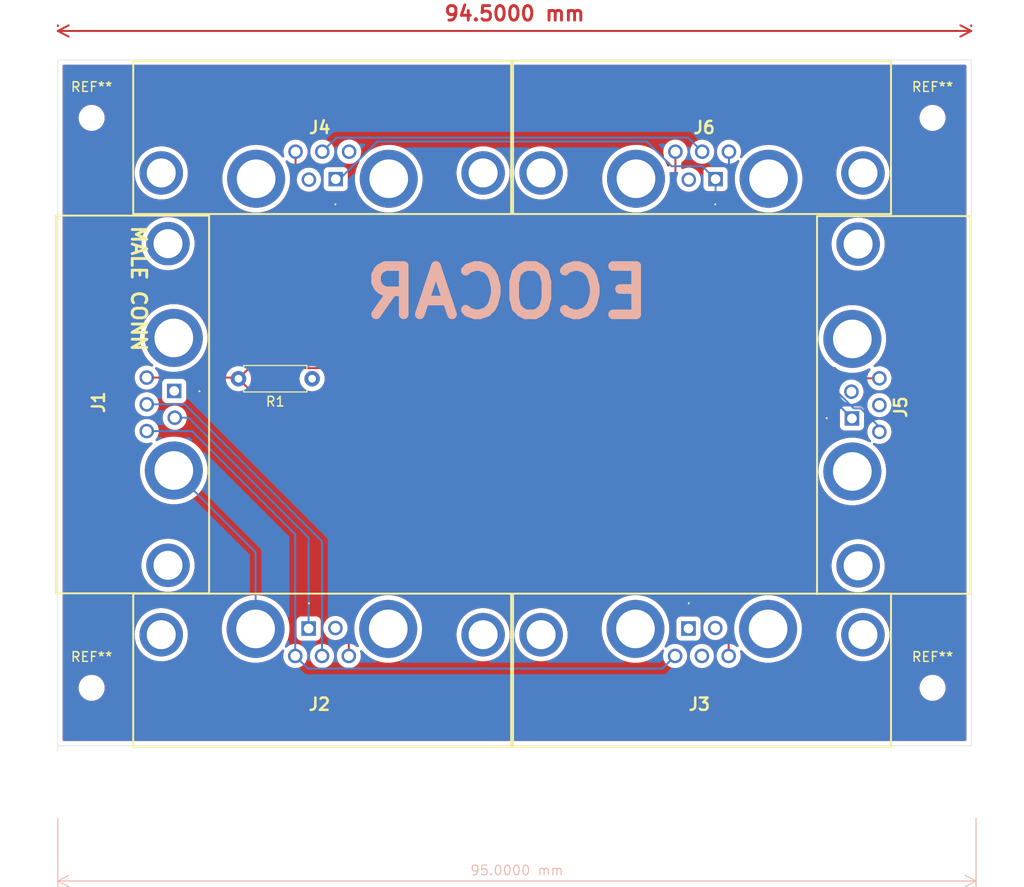
<source format=kicad_pcb>
(kicad_pcb (version 20240108) (generator "pcbnew") (generator_version "8.0")
  (layers (0 "F.Cu" signal) (1 "In1.Cu" signal) (2 "In2.Cu" signal) (31 "B.Cu" signal) (34 "B.Paste" user) (35 "F.Paste" user) (36 "B.SilkS" user "B.Silkscreen") (37 "F.SilkS" user "F.Silkscreen") (38 "B.Mask" user) (39 "F.Mask" user) (44 "Edge.Cuts" user))
  (net 0 "")
  (net 1 "Net-(J1-Pad7)")
  (net 2 "Net-(J1-Pad2)")
  (net 3 "Net-(J1-Pad6)")
  (net 4 "Net-(J1-Pad3)")
  (net 5 "GND")
  (net 6 "Net-(J1-Pad4)")
  (net 7 "Net-(J1-Pad5)")
  (footprint "MountingHole:MountingHole_2.2mm_M2" (layer "F.Cu") (at 88.5 115.5)
    (property "Reference" "REF**" (at 0 -3.2 0) (layer "F.SilkS"))
    (property "Value" "MountingHole_2.2mm_M2")
    (pad "" np_thru_hole circle (at 0 0) (size 2.2 2.2) (drill 2.2) (layers "F&B.Cu" "*.Mask"))
  )
  (footprint "ecocad_lib_footprints:DB7W2-30A" (layer "F.Cu") (at 112.377 61.244 180)
    (property "Reference" "J4" (at 0.282 3.744 0) (layer "F.SilkS") (effects (font (size 1.27 1.27) (thickness 0.254))))
    (property "Value" "~" (hide yes))
    (fp_line (start 19.577 10.644) (end -19.523 10.644) (stroke (width 0.2)) (layer "F.SilkS"))
    (fp_line (start 19.577 -5.207) (end 19.577 10.644) (stroke (width 0.2)) (layer "F.SilkS"))
    (fp_line (start -1.343 -4.156) (end -1.343 -4.156) (stroke (width 0.1)) (layer "F.SilkS"))
    (fp_line (start -1.343 -4.256) (end -1.343 -4.256) (stroke (width 0.1)) (layer "F.SilkS"))
    (fp_line (start -19.523 10.644) (end -19.523 -5.207) (stroke (width 0.2)) (layer "F.SilkS"))
    (fp_line (start -19.558 -5.207) (end 19.558 -5.207) (stroke (width 0.2)) (layer "F.SilkS"))
    (fp_arc (start -1.343 -4.156) (mid -1.393 -4.206) (end -1.343 -4.256) (stroke (width 0.1)) (layer "F.SilkS"))
    (fp_arc (start -1.343 -4.256) (mid -1.293 -4.206) (end -1.343 -4.156) (stroke (width 0.1)) (layer "F.SilkS"))
    (pad "1" thru_hole circle (at -6.86 -1.556) (size 6 6) (drill 4) (layers "*.Cu" "*.Mask") (net 2 "Net-(J1-Pad2)"))
    (pad "2" thru_hole circle (at 6.86 -1.556) (size 6 6) (drill 4) (layers "*.Cu" "*.Mask") (net 5 "GND"))
    (pad "3" thru_hole circle (at -2.758 1.244 180) (size 1.5 1.5) (drill 1) (layers "*.Cu" "*.Mask") (net 7 "Net-(J1-Pad5)"))
    (pad "4" thru_hole circle (at 0.012 1.244) (size 1.5 1.5) (drill 1) (layers "*.Cu" "*.Mask") (net 6 "Net-(J1-Pad4)"))
    (pad "5" thru_hole circle (at 2.782 1.244) (size 1.5 1.5) (drill 1) (layers "*.Cu" "*.Mask") (net 4 "Net-(J1-Pad3)"))
    (pad "6" thru_hole rect (at -1.373 -1.596) (size 1.5 1.5) (drill 1) (layers "*.Cu" "*.Mask") (net 1 "Net-(J1-Pad7)"))
    (pad "7" thru_hole circle (at 1.397 -1.651) (size 1.5 1.5) (drill 1) (layers "*.Cu" "*.Mask") (net 3 "Net-(J1-Pad6)"))
    (pad "8" thru_hole circle (at -16.623 -0.956) (size 4.5 4.5) (drill 3) (layers "*.Cu" "*.Mask"))
    (pad "8" thru_hole circle (at 16.677 -0.956) (size 4.5 4.5) (drill 3) (layers "*.Cu" "*.Mask"))
  )
  (footprint "ecocad_lib_footprints:DB7W2-30A" (layer "F.Cu") (at 95.444 86.14 -90)
    (property "Reference" "J1" (at -0.2 6.244 90) (layer "F.SilkS") (effects (font (size 1.27 1.27) (thickness 0.254))))
    (property "Value" "~" (hide yes))
    (fp_line (start -19.523 10.644) (end -19.523 -5.207) (stroke (width 0.2)) (layer "F.SilkS"))
    (fp_line (start 19.577 10.644) (end -19.523 10.644) (stroke (width 0.2)) (layer "F.SilkS"))
    (fp_line (start -1.343 -4.156) (end -1.343 -4.156) (stroke (width 0.1)) (layer "F.SilkS"))
    (fp_line (start -1.343 -4.256) (end -1.343 -4.256) (stroke (width 0.1)) (layer "F.SilkS"))
    (fp_line (start -19.558 -5.207) (end 19.558 -5.207) (stroke (width 0.2)) (layer "F.SilkS"))
    (fp_line (start 19.577 -5.207) (end 19.577 10.644) (stroke (width 0.2)) (layer "F.SilkS"))
    (fp_arc (start -1.343 -4.156) (mid -1.393 -4.206) (end -1.343 -4.256) (stroke (width 0.1)) (layer "F.SilkS"))
    (fp_arc (start -1.343 -4.256) (mid -1.293 -4.206) (end -1.343 -4.156) (stroke (width 0.1)) (layer "F.SilkS"))
    (pad "1" thru_hole circle (at -6.86 -1.556 90) (size 6 6) (drill 4) (layers "*.Cu" "*.Mask") (net 5 "GND"))
    (pad "2" thru_hole circle (at 6.86 -1.556 90) (size 6 6) (drill 4) (layers "*.Cu" "*.Mask") (net 2 "Net-(J1-Pad2)"))
    (pad "3" thru_hole circle (at -2.758 1.244 270) (size 1.5 1.5) (drill 1) (layers "*.Cu" "*.Mask") (net 4 "Net-(J1-Pad3)"))
    (pad "4" thru_hole circle (at 0.012 1.244 90) (size 1.5 1.5) (drill 1) (layers "*.Cu" "*.Mask") (net 6 "Net-(J1-Pad4)"))
    (pad "5" thru_hole circle (at 2.782 1.244 90) (size 1.5 1.5) (drill 1) (layers "*.Cu" "*.Mask") (net 7 "Net-(J1-Pad5)"))
    (pad "6" thru_hole rect (at -1.373 -1.596 90) (size 1.5 1.5) (drill 1) (layers "*.Cu" "*.Mask") (net 3 "Net-(J1-Pad6)"))
    (pad "7" thru_hole circle (at 1.397 -1.651 90) (size 1.5 1.5) (drill 1) (layers "*.Cu" "*.Mask") (net 1 "Net-(J1-Pad7)"))
    (pad "8" thru_hole circle (at -16.623 -0.956 90) (size 4.5 4.5) (drill 3) (layers "*.Cu" "*.Mask"))
    (pad "8" thru_hole circle (at 16.677 -0.956 90) (size 4.5 4.5) (drill 3) (layers "*.Cu" "*.Mask"))
  )
  (footprint "Resistor_THT:R_Axial_DIN0207_L6.3mm_D2.5mm_P7.62mm_Horizontal" (layer "F.Cu") (at 111.31 83.5 180)
    (property "Reference" "R1" (at 3.81 -2.37 0) (layer "F.SilkS"))
    (property "Value" "120")
    (fp_line (start 7.08 1.37) (end 7.08 1.04) (stroke (width 0.12)) (layer "F.SilkS"))
    (fp_line (start 7.08 -1.37) (end 7.08 -1.04) (stroke (width 0.12)) (layer "F.SilkS"))
    (fp_line (start 0.54 1.37) (end 7.08 1.37) (stroke (width 0.12)) (layer "F.SilkS"))
    (fp_line (start 0.54 1.04) (end 0.54 1.37) (stroke (width 0.12)) (layer "F.SilkS"))
    (fp_line (start 0.54 -1.04) (end 0.54 -1.37) (stroke (width 0.12)) (layer "F.SilkS"))
    (fp_line (start 0.54 -1.37) (end 7.08 -1.37) (stroke (width 0.12)) (layer "F.SilkS"))
    (pad "1" thru_hole circle (at 0 0 180) (size 1.6 1.6) (drill 0.8) (layers "*.Cu" "*.Mask") (net 3 "Net-(J1-Pad6)"))
    (pad "2" thru_hole oval (at 7.62 0 180) (size 1.6 1.6) (drill 0.8) (layers "*.Cu" "*.Mask") (net 4 "Net-(J1-Pad3)"))
  )
  (footprint "MountingHole:MountingHole_2.2mm_M2" (layer "F.Cu") (at 175.5 115.5)
    (property "Reference" "REF**" (at 0 -3.2 0) (layer "F.SilkS"))
    (property "Value" "MountingHole_2.2mm_M2")
    (pad "" np_thru_hole circle (at 0 0) (size 2.2 2.2) (drill 2.2) (layers "F&B.Cu" "*.Mask"))
  )
  (footprint "ecocad_lib_footprints:DB7W2-30A" (layer "F.Cu") (at 112.323 110.956)
    (property "Reference" "J2" (at -0.258 6.244 0) (layer "F.SilkS") (effects (font (size 1.27 1.27) (thickness 0.254))))
    (property "Value" "~" (hide yes))
    (fp_line (start -19.558 -5.207) (end 19.558 -5.207) (stroke (width 0.2)) (layer "F.SilkS"))
    (fp_line (start -19.523 10.644) (end -19.523 -5.207) (stroke (width 0.2)) (layer "F.SilkS"))
    (fp_line (start -1.343 -4.256) (end -1.343 -4.256) (stroke (width 0.1)) (layer "F.SilkS"))
    (fp_line (start -1.343 -4.156) (end -1.343 -4.156) (stroke (width 0.1)) (layer "F.SilkS"))
    (fp_line (start 19.577 -5.207) (end 19.577 10.644) (stroke (width 0.2)) (layer "F.SilkS"))
    (fp_line (start 19.577 10.644) (end -19.523 10.644) (stroke (width 0.2)) (layer "F.SilkS"))
    (fp_arc (start -1.343 -4.256) (mid -1.293 -4.206) (end -1.343 -4.156) (stroke (width 0.1)) (layer "F.SilkS"))
    (fp_arc (start -1.343 -4.156) (mid -1.393 -4.206) (end -1.343 -4.256) (stroke (width 0.1)) (layer "F.SilkS"))
    (pad "1" thru_hole circle (at -6.86 -1.556 180) (size 6 6) (drill 4) (layers "*.Cu" "*.Mask") (net 2 "Net-(J1-Pad2)"))
    (pad "2" thru_hole circle (at 6.86 -1.556 180) (size 6 6) (drill 4) (layers "*.Cu" "*.Mask") (net 5 "GND"))
    (pad "3" thru_hole circle (at -2.758 1.244) (size 1.5 1.5) (drill 1) (layers "*.Cu" "*.Mask") (net 7 "Net-(J1-Pad5)"))
    (pad "4" thru_hole circle (at 0.012 1.244 180) (size 1.5 1.5) (drill 1) (layers "*.Cu" "*.Mask") (net 6 "Net-(J1-Pad4)"))
    (pad "5" thru_hole circle (at 2.782 1.244 180) (size 1.5 1.5) (drill 1) (layers "*.Cu" "*.Mask") (net 4 "Net-(J1-Pad3)"))
    (pad "6" thru_hole rect (at -1.373 -1.596 180) (size 1.5 1.5) (drill 1) (layers "*.Cu" "*.Mask") (net 1 "Net-(J1-Pad7)"))
    (pad "7" thru_hole circle (at 1.397 -1.651 180) (size 1.5 1.5) (drill 1) (layers "*.Cu" "*.Mask") (net 3 "Net-(J1-Pad6)"))
    (pad "8" thru_hole circle (at -16.623 -0.956 180) (size 4.5 4.5) (drill 3) (layers "*.Cu" "*.Mask"))
    (pad "8" thru_hole circle (at 16.677 -0.956 180) (size 4.5 4.5) (drill 3) (layers "*.Cu" "*.Mask"))
  )
  (footprint "ecocad_lib_footprints:DB7W2-30A" (layer "F.Cu") (at 168.756 86.242 90)
    (property "Reference" "J5" (at -0.2 3.444 90) (layer "F.SilkS") (effects (font (size 1.27 1.27) (thickness 0.254))))
    (property "Value" "~" (hide yes))
    (fp_line (start 19.577 -5.207) (end 19.577 10.644) (stroke (width 0.2)) (layer "F.SilkS"))
    (fp_line (start -19.558 -5.207) (end 19.558 -5.207) (stroke (width 0.2)) (layer "F.SilkS"))
    (fp_line (start -1.343 -4.256) (end -1.343 -4.256) (stroke (width 0.1)) (layer "F.SilkS"))
    (fp_line (start -1.343 -4.156) (end -1.343 -4.156) (stroke (width 0.1)) (layer "F.SilkS"))
    (fp_line (start 19.577 10.644) (end -19.523 10.644) (stroke (width 0.2)) (layer "F.SilkS"))
    (fp_line (start -19.523 10.644) (end -19.523 -5.207) (stroke (width 0.2)) (layer "F.SilkS"))
    (fp_arc (start -1.343 -4.256) (mid -1.293 -4.206) (end -1.343 -4.156) (stroke (width 0.1)) (layer "F.SilkS"))
    (fp_arc (start -1.343 -4.156) (mid -1.393 -4.206) (end -1.343 -4.256) (stroke (width 0.1)) (layer "F.SilkS"))
    (pad "1" thru_hole circle (at -6.86 -1.556 270) (size 6 6) (drill 4) (layers "*.Cu" "*.Mask") (net 2 "Net-(J1-Pad2)"))
    (pad "2" thru_hole circle (at 6.86 -1.556 270) (size 6 6) (drill 4) (layers "*.Cu" "*.Mask") (net 5 "GND"))
    (pad "3" thru_hole circle (at -2.758 1.244 90) (size 1.5 1.5) (drill 1) (layers "*.Cu" "*.Mask") (net 7 "Net-(J1-Pad5)"))
    (pad "4" thru_hole circle (at 0.012 1.244 270) (size 1.5 1.5) (drill 1) (layers "*.Cu" "*.Mask") (net 6 "Net-(J1-Pad4)"))
    (pad "5" thru_hole circle (at 2.782 1.244 270) (size 1.5 1.5) (drill 1) (layers "*.Cu" "*.Mask") (net 4 "Net-(J1-Pad3)"))
    (pad "6" thru_hole rect (at -1.373 -1.596 270) (size 1.5 1.5) (drill 1) (layers "*.Cu" "*.Mask") (net 1 "Net-(J1-Pad7)"))
    (pad "7" thru_hole circle (at 1.397 -1.651 270) (size 1.5 1.5) (drill 1) (layers "*.Cu" "*.Mask") (net 3 "Net-(J1-Pad6)"))
    (pad "8" thru_hole circle (at -16.623 -0.956 270) (size 4.5 4.5) (drill 3) (layers "*.Cu" "*.Mask"))
    (pad "8" thru_hole circle (at 16.677 -0.956 270) (size 4.5 4.5) (drill 3) (layers "*.Cu" "*.Mask"))
  )
  (footprint "MountingHole:MountingHole_2.2mm_M2" (layer "F.Cu") (at 88.5 56.5)
    (property "Reference" "REF**" (at 0 -3.2 0) (layer "F.SilkS"))
    (property "Value" "MountingHole_2.2mm_M2")
    (pad "" np_thru_hole circle (at 0 0) (size 2.2 2.2) (drill 2.2) (layers "F&B.Cu" "*.Mask"))
  )
  (footprint "ecocad_lib_footprints:DB7W2-30A" (layer "F.Cu") (at 151.677 61.244 180)
    (property "Reference" "J6" (at -0.2 3.744 0) (layer "F.SilkS") (effects (font (size 1.27 1.27) (thickness 0.254))))
    (property "Value" "~" (hide yes))
    (fp_line (start 19.577 10.644) (end -19.523 10.644) (stroke (width 0.2)) (layer "F.SilkS"))
    (fp_line (start 19.577 -5.207) (end 19.577 10.644) (stroke (width 0.2)) (layer "F.SilkS"))
    (fp_line (start -1.343 -4.156) (end -1.343 -4.156) (stroke (width 0.1)) (layer "F.SilkS"))
    (fp_line (start -1.343 -4.256) (end -1.343 -4.256) (stroke (width 0.1)) (layer "F.SilkS"))
    (fp_line (start -19.523 10.644) (end -19.523 -5.207) (stroke (width 0.2)) (layer "F.SilkS"))
    (fp_line (start -19.558 -5.207) (end 19.558 -5.207) (stroke (width 0.2)) (layer "F.SilkS"))
    (fp_arc (start -1.343 -4.156) (mid -1.393 -4.206) (end -1.343 -4.256) (stroke (width 0.1)) (layer "F.SilkS"))
    (fp_arc (start -1.343 -4.256) (mid -1.293 -4.206) (end -1.343 -4.156) (stroke (width 0.1)) (layer "F.SilkS"))
    (pad "1" thru_hole circle (at -6.86 -1.556) (size 6 6) (drill 4) (layers "*.Cu" "*.Mask") (net 2 "Net-(J1-Pad2)"))
    (pad "2" thru_hole circle (at 6.86 -1.556) (size 6 6) (drill 4) (layers "*.Cu" "*.Mask") (net 5 "GND"))
    (pad "3" thru_hole circle (at -2.758 1.244 180) (size 1.5 1.5) (drill 1) (layers "*.Cu" "*.Mask") (net 7 "Net-(J1-Pad5)"))
    (pad "4" thru_hole circle (at 0.012 1.244) (size 1.5 1.5) (drill 1) (layers "*.Cu" "*.Mask") (net 6 "Net-(J1-Pad4)"))
    (pad "5" thru_hole circle (at 2.782 1.244) (size 1.5 1.5) (drill 1) (layers "*.Cu" "*.Mask") (net 4 "Net-(J1-Pad3)"))
    (pad "6" thru_hole rect (at -1.373 -1.596) (size 1.5 1.5) (drill 1) (layers "*.Cu" "*.Mask") (net 1 "Net-(J1-Pad7)"))
    (pad "7" thru_hole circle (at 1.397 -1.651) (size 1.5 1.5) (drill 1) (layers "*.Cu" "*.Mask") (net 3 "Net-(J1-Pad6)"))
    (pad "8" thru_hole circle (at -16.623 -0.956) (size 4.5 4.5) (drill 3) (layers "*.Cu" "*.Mask"))
    (pad "8" thru_hole circle (at 16.677 -0.956) (size 4.5 4.5) (drill 3) (layers "*.Cu" "*.Mask"))
  )
  (footprint "ecocad_lib_footprints:DB7W2-30A" (layer "F.Cu") (at 151.623 110.956)
    (property "Reference" "J3" (at -0.258 6.244 180) (layer "F.SilkS") (effects (font (size 1.27 1.27) (thickness 0.254))))
    (property "Value" "~" (hide yes))
    (fp_line (start -19.558 -5.207) (end 19.558 -5.207) (stroke (width 0.2)) (layer "F.SilkS"))
    (fp_line (start -19.523 10.644) (end -19.523 -5.207) (stroke (width 0.2)) (layer "F.SilkS"))
    (fp_line (start -1.343 -4.256) (end -1.343 -4.256) (stroke (width 0.1)) (layer "F.SilkS"))
    (fp_line (start -1.343 -4.156) (end -1.343 -4.156) (stroke (width 0.1)) (layer "F.SilkS"))
    (fp_line (start 19.577 -5.207) (end 19.577 10.644) (stroke (width 0.2)) (layer "F.SilkS"))
    (fp_line (start 19.577 10.644) (end -19.523 10.644) (stroke (width 0.2)) (layer "F.SilkS"))
    (fp_arc (start -1.343 -4.256) (mid -1.293 -4.206) (end -1.343 -4.156) (stroke (width 0.1)) (layer "F.SilkS"))
    (fp_arc (start -1.343 -4.156) (mid -1.393 -4.206) (end -1.343 -4.256) (stroke (width 0.1)) (layer "F.SilkS"))
    (pad "1" thru_hole circle (at -6.86 -1.556 180) (size 6 6) (drill 4) (layers "*.Cu" "*.Mask") (net 2 "Net-(J1-Pad2)"))
    (pad "2" thru_hole circle (at 6.86 -1.556 180) (size 6 6) (drill 4) (layers "*.Cu" "*.Mask") (net 5 "GND"))
    (pad "3" thru_hole circle (at -2.758 1.244) (size 1.5 1.5) (drill 1) (layers "*.Cu" "*.Mask") (net 7 "Net-(J1-Pad5)"))
    (pad "4" thru_hole circle (at 0.012 1.244 180) (size 1.5 1.5) (drill 1) (layers "*.Cu" "*.Mask") (net 6 "Net-(J1-Pad4)"))
    (pad "5" thru_hole circle (at 2.782 1.244 180) (size 1.5 1.5) (drill 1) (layers "*.Cu" "*.Mask") (net 4 "Net-(J1-Pad3)"))
    (pad "6" thru_hole rect (at -1.373 -1.596 180) (size 1.5 1.5) (drill 1) (layers "*.Cu" "*.Mask") (net 1 "Net-(J1-Pad7)"))
    (pad "7" thru_hole circle (at 1.397 -1.651 180) (size 1.5 1.5) (drill 1) (layers "*.Cu" "*.Mask") (net 3 "Net-(J1-Pad6)"))
    (pad "8" thru_hole circle (at -16.623 -0.956 180) (size 4.5 4.5) (drill 3) (layers "*.Cu" "*.Mask"))
    (pad "8" thru_hole circle (at 16.677 -0.956 180) (size 4.5 4.5) (drill 3) (layers "*.Cu" "*.Mask"))
  )
  (footprint "MountingHole:MountingHole_2.2mm_M2" (layer "F.Cu") (at 175.5 56.5)
    (property "Reference" "REF**" (at 0 -3.2 0) (layer "F.SilkS"))
    (property "Value" "MountingHole_2.2mm_M2")
    (pad "" np_thru_hole circle (at 0 0) (size 2.2 2.2) (drill 2.2) (layers "*.Cu" "*.Mask"))
  )
  (gr_line (start 179.5 121.5) (end 85 121.5) (stroke (width 0.05)) (layer "Edge.Cuts"))
  (gr_line (start 85 122) (end 85 50.5) (stroke (width 0.05)) (layer "Edge.Cuts"))
  (gr_line (start 179.5 50.5) (end 179.5 121.5) (stroke (width 0.05)) (layer "Edge.Cuts"))
  (gr_line (start 85 50.5) (end 179.5 50.5) (stroke (width 0.05)) (layer "Edge.Cuts"))
  (gr_text "ECOCAR" (at 131.5 77.5 0) (layer "B.SilkS") (effects (font (size 5 5) (thickness 1) (bold yes)) (justify bottom mirror)))
  (gr_text "MALE CONN" (at 92.5 67.5 -90) (layer "F.SilkS") (effects (font (size 1.5 1.5) (thickness 0.3) (bold yes)) (justify left bottom)))
  (dimension (type aligned) (layer "F.Cu") (pts (xy 85 47.5) (xy 179.5 47.5)) (height 0) (gr_text "94.5000 mm" (at 132.25 45.7 0) (layer "F.Cu") (effects (font (size 1.5 1.5) (thickness 0.3)))) (format (prefix "") (suffix "") (units 3) (units_format 1) (precision 4)) (style (thickness 0.2) (arrow_length 1.27) (text_position_mode 0) (extension_height 0.58642) (extension_offset 0.5) keep_text_aligned))
  (dimension (type aligned) (layer "B.SilkS") (pts (xy 85 128.5) (xy 180 128.5)) (height 6.995) (gr_text "95.0000 mm" (at 132.5 134.395 0) (layer "B.SilkS") (effects (font (size 1 1) (thickness 0.1)))) (format (prefix "") (suffix "") (units 3) (units_format 1) (precision 4)) (style (thickness 0.1) (arrow_length 1.27) (text_position_mode 0) (extension_height 0.58642) (extension_offset 0.5) keep_text_aligned))
  (segment (start 110.95 99.95) (end 110.95 109.36) (width 0.2) (layer "B.Cu") (net 1))
  (segment (start 97.095 87.537) (end 98.537 87.537) (width 0.2) (layer "B.Cu") (net 1))
  (segment (start 113.75 62.84) (end 114.16 62.84) (width 0.2) (layer "B.Cu") (net 1))
  (segment (start 153.05 62.84) (end 153.05 73.505) (width 0.2) (layer "B.Cu") (net 1))
  (segment (start 148.5 61.5) (end 151.680075 61.5) (width 0.2) (layer "B.Cu") (net 1))
  (segment (start 153.05 73.505) (end 167.16 87.615) (width 0.2) (layer "B.Cu") (net 1))
  (segment (start 145.95 58.95) (end 148.5 61.5) (width 0.2) (layer "B.Cu") (net 1))
  (segment (start 153.020075 62.84) (end 153.05 62.84) (width 0.2) (layer "B.Cu") (net 1))
  (segment (start 114.16 62.84) (end 118.05 58.95) (width 0.2) (layer "B.Cu") (net 1))
  (segment (start 118.05 58.95) (end 145.95 58.95) (width 0.2) (layer "B.Cu") (net 1))
  (segment (start 98.537 87.537) (end 110.95 99.95) (width 0.2) (layer "B.Cu") (net 1))
  (segment (start 151.680075 61.5) (end 153.020075 62.84) (width 0.2) (layer "B.Cu") (net 1))
  (segment (start 97 93) (end 105.463 101.463) (width 0.2) (layer "B.Cu") (net 2))
  (segment (start 105.463 101.463) (end 105.463 109.4) (width 0.2) (layer "B.Cu") (net 2))
  (segment (start 148.895 60) (end 148.895 67.005) (width 0.2) (layer "F.Cu") (net 4))
  (segment (start 104.79 82.4) (end 109.595 77.595) (width 0.2) (layer "F.Cu") (net 4))
  (segment (start 103.69 83.5) (end 104.79 82.4) (width 0.2) (layer "F.Cu") (net 4))
  (segment (start 165.4 82.4) (end 166.46 83.46) (width 0.2) (layer "F.Cu") (net 4))
  (segment (start 109.595 77.595) (end 109.595 60) (width 0.2) (layer "F.Cu") (net 4))
  (segment (start 103.572 83.382) (end 103.69 83.5) (width 0.2) (layer "F.Cu") (net 4))
  (segment (start 154.405 104.305) (end 132.5 82.4) (width 0.2) (layer "F.Cu") (net 4))
  (segment (start 104.79 82.4) (end 132.5 82.4) (width 0.2) (layer "F.Cu") (net 4))
  (segment (start 94.2 83.382) (end 103.572 83.382) (width 0.2) (layer "F.Cu") (net 4))
  (segment (start 115.105 94.915) (end 103.69 83.5) (width 0.2) (layer "F.Cu") (net 4))
  (segment (start 148.895 67.005) (end 133.5 82.4) (width 0.2) (layer "F.Cu") (net 4))
  (segment (start 154.405 112.2) (end 154.405 104.305) (width 0.2) (layer "F.Cu") (net 4))
  (segment (start 115.105 112.2) (end 115.105 94.915) (width 0.2) (layer "F.Cu") (net 4))
  (segment (start 132.5 82.4) (end 165.4 82.4) (width 0.2) (layer "F.Cu") (net 4))
  (segment (start 166.46 83.46) (end 170 83.46) (width 0.2) (layer "F.Cu") (net 4))
  (segment (start 133.5 82.4) (end 132.5 82.4) (width 0.2) (layer "F.Cu") (net 4))
  (segment (start 113.815 58.55) (end 150.215 58.55) (width 0.2) (layer "B.Cu") (net 6))
  (segment (start 94.2 86.152) (end 98.152 86.152) (width 0.2) (layer "B.Cu") (net 6))
  (segment (start 150.215 58.55) (end 151.665 60) (width 0.2) (layer "B.Cu") (net 6))
  (segment (start 112.365 60) (end 113.815 58.55) (width 0.2) (layer "B.Cu") (net 6))
  (segment (start 98.152 86.152) (end 112.335 100.335) (width 0.2) (layer "B.Cu") (net 6))
  (segment (start 112.335 100.335) (end 112.335 112.2) (width 0.2) (layer "B.Cu") (net 6))
  (segment (start 154.435 60) (end 154.435 73.659925) (width 0.2) (layer "B.Cu") (net 7))
  (segment (start 154.435 73.659925) (end 167.340075 86.565) (width 0.2) (layer "B.Cu") (net 7))
  (segment (start 109.565 99.601686) (end 109.565 112.2) (width 0.2) (layer "B.Cu") (net 7))
  (segment (start 170 88.5) (end 170 89) (width 0.2) (layer "B.Cu") (net 7))
  (segment (start 110.865 113.5) (end 147.565 113.5) (width 0.2) (layer "B.Cu") (net 7))
  (segment (start 168.065 86.565) (end 170 88.5) (width 0.2) (layer "B.Cu") (net 7))
  (segment (start 167.340075 86.565) (end 168.065 86.565) (width 0.2) (layer "B.Cu") (net 7))
  (segment (start 109.565 112.2) (end 110.865 113.5) (width 0.2) (layer "B.Cu") (net 7))
  (segment (start 147.565 113.5) (end 148.865 112.2) (width 0.2) (layer "B.Cu") (net 7))
  (segment (start 98.885314 88.922) (end 109.565 99.601686) (width 0.2) (layer "B.Cu") (net 7))
  (segment (start 94.2 88.922) (end 98.885314 88.922) (width 0.2) (layer "B.Cu") (net 7))
  (zone (net 0) (net_name "") (layers "F&B.Cu") (connect_pads (clearance 0.5)) (min_thickness 0.25) (fill yes (thermal_gap 0.5) (thermal_bridge_width 0.5) (island_removal_mode 1) (island_area_min 10))
    (polygon (pts (xy 85 50.5) (xy 179.5 50.5) (xy 179.5 122) (xy 85 122)))
  )
)
</source>
